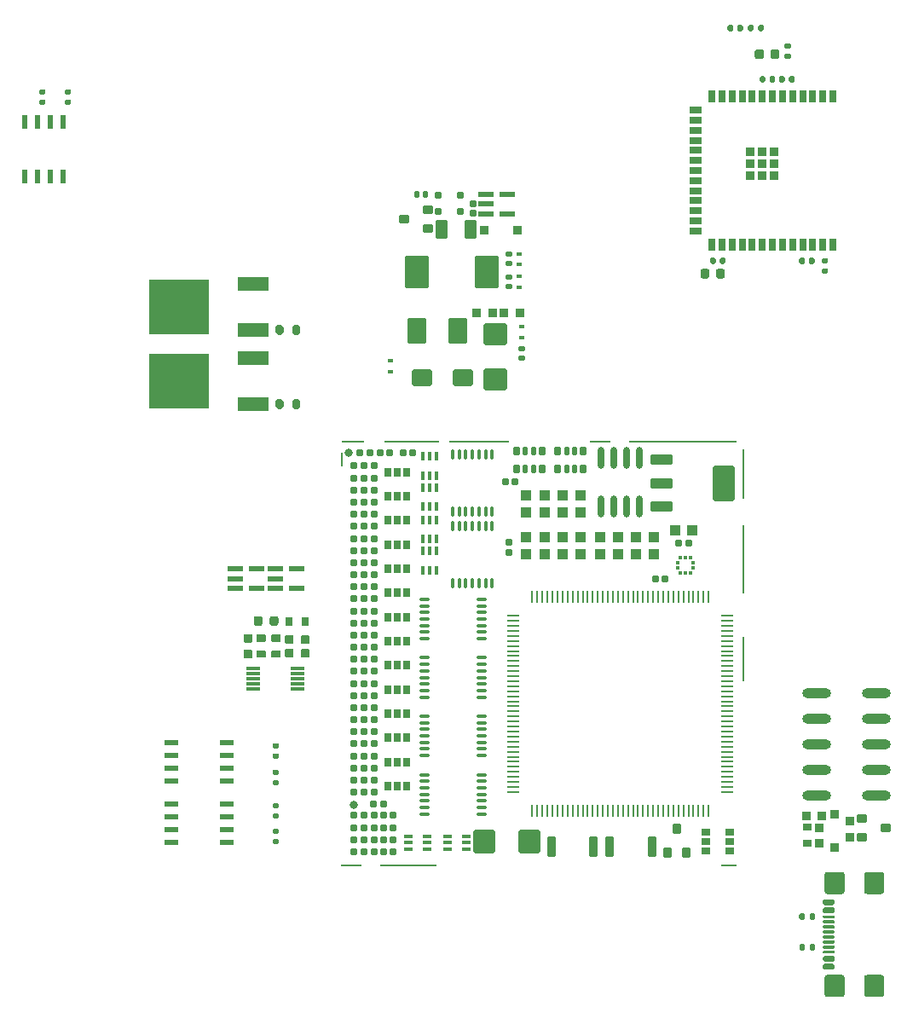
<source format=gtp>
G75*
G70*
%OFA0B0*%
%FSLAX25Y25*%
%IPPOS*%
%LPD*%
%AMOC8*
5,1,8,0,0,1.08239X$1,22.5*
%
%AMM145*
21,1,0.033470,0.026770,0.000000,-0.000000,90.000000*
21,1,0.026770,0.033470,0.000000,-0.000000,90.000000*
1,1,0.006690,0.013390,0.013390*
1,1,0.006690,0.013390,-0.013390*
1,1,0.006690,-0.013390,-0.013390*
1,1,0.006690,-0.013390,0.013390*
%
%AMM146*
21,1,0.035830,0.026770,0.000000,-0.000000,270.000000*
21,1,0.029130,0.033470,0.000000,-0.000000,270.000000*
1,1,0.006690,-0.013390,-0.014570*
1,1,0.006690,-0.013390,0.014570*
1,1,0.006690,0.013390,0.014570*
1,1,0.006690,0.013390,-0.014570*
%
%AMM147*
21,1,0.027560,0.030710,0.000000,-0.000000,270.000000*
21,1,0.022050,0.036220,0.000000,-0.000000,270.000000*
1,1,0.005510,-0.015350,-0.011020*
1,1,0.005510,-0.015350,0.011020*
1,1,0.005510,0.015350,0.011020*
1,1,0.005510,0.015350,-0.011020*
%
%AMM148*
21,1,0.035430,0.030320,0.000000,-0.000000,270.000000*
21,1,0.028350,0.037400,0.000000,-0.000000,270.000000*
1,1,0.007090,-0.015160,-0.014170*
1,1,0.007090,-0.015160,0.014170*
1,1,0.007090,0.015160,0.014170*
1,1,0.007090,0.015160,-0.014170*
%
%AMM149*
21,1,0.033470,0.026770,0.000000,-0.000000,180.000000*
21,1,0.026770,0.033470,0.000000,-0.000000,180.000000*
1,1,0.006690,-0.013390,0.013390*
1,1,0.006690,0.013390,0.013390*
1,1,0.006690,0.013390,-0.013390*
1,1,0.006690,-0.013390,-0.013390*
%
%AMM2*
21,1,0.035830,0.026770,0.000000,0.000000,0.000000*
21,1,0.029130,0.033470,0.000000,0.000000,0.000000*
1,1,0.006690,0.014570,-0.013390*
1,1,0.006690,-0.014570,-0.013390*
1,1,0.006690,-0.014570,0.013390*
1,1,0.006690,0.014570,0.013390*
%
%AMM21*
21,1,0.086610,0.073230,0.000000,0.000000,270.000000*
21,1,0.069290,0.090550,0.000000,0.000000,270.000000*
1,1,0.017320,-0.036610,-0.034650*
1,1,0.017320,-0.036610,0.034650*
1,1,0.017320,0.036610,0.034650*
1,1,0.017320,0.036610,-0.034650*
%
%AMM22*
21,1,0.094490,0.111020,0.000000,0.000000,0.000000*
21,1,0.075590,0.129920,0.000000,0.000000,0.000000*
1,1,0.018900,0.037800,-0.055510*
1,1,0.018900,-0.037800,-0.055510*
1,1,0.018900,-0.037800,0.055510*
1,1,0.018900,0.037800,0.055510*
%
%AMM23*
21,1,0.074800,0.083460,0.000000,0.000000,0.000000*
21,1,0.059840,0.098430,0.000000,0.000000,0.000000*
1,1,0.014960,0.029920,-0.041730*
1,1,0.014960,-0.029920,-0.041730*
1,1,0.014960,-0.029920,0.041730*
1,1,0.014960,0.029920,0.041730*
%
%AMM24*
21,1,0.078740,0.053540,0.000000,0.000000,180.000000*
21,1,0.065350,0.066930,0.000000,0.000000,180.000000*
1,1,0.013390,-0.032680,0.026770*
1,1,0.013390,0.032680,0.026770*
1,1,0.013390,0.032680,-0.026770*
1,1,0.013390,-0.032680,-0.026770*
%
%AMM25*
21,1,0.035430,0.030320,0.000000,0.000000,90.000000*
21,1,0.028350,0.037400,0.000000,0.000000,90.000000*
1,1,0.007090,0.015160,0.014170*
1,1,0.007090,0.015160,-0.014170*
1,1,0.007090,-0.015160,-0.014170*
1,1,0.007090,-0.015160,0.014170*
%
%AMM26*
21,1,0.021650,0.052760,0.000000,0.000000,270.000000*
21,1,0.017320,0.057090,0.000000,0.000000,270.000000*
1,1,0.004330,-0.026380,-0.008660*
1,1,0.004330,-0.026380,0.008660*
1,1,0.004330,0.026380,0.008660*
1,1,0.004330,0.026380,-0.008660*
%
%AMM27*
21,1,0.070870,0.036220,0.000000,0.000000,90.000000*
21,1,0.061810,0.045280,0.000000,0.000000,90.000000*
1,1,0.009060,0.018110,0.030910*
1,1,0.009060,0.018110,-0.030910*
1,1,0.009060,-0.018110,-0.030910*
1,1,0.009060,-0.018110,0.030910*
%
%AMM273*
21,1,0.035430,0.030320,0.000000,-0.000000,0.000000*
21,1,0.028350,0.037400,0.000000,-0.000000,0.000000*
1,1,0.007090,0.014170,-0.015160*
1,1,0.007090,-0.014170,-0.015160*
1,1,0.007090,-0.014170,0.015160*
1,1,0.007090,0.014170,0.015160*
%
%AMM274*
21,1,0.043310,0.075980,0.000000,-0.000000,270.000000*
21,1,0.034650,0.084650,0.000000,-0.000000,270.000000*
1,1,0.008660,-0.037990,-0.017320*
1,1,0.008660,-0.037990,0.017320*
1,1,0.008660,0.037990,0.017320*
1,1,0.008660,0.037990,-0.017320*
%
%AMM275*
21,1,0.043310,0.075990,0.000000,-0.000000,270.000000*
21,1,0.034650,0.084650,0.000000,-0.000000,270.000000*
1,1,0.008660,-0.037990,-0.017320*
1,1,0.008660,-0.037990,0.017320*
1,1,0.008660,0.037990,0.017320*
1,1,0.008660,0.037990,-0.017320*
%
%AMM276*
21,1,0.137800,0.067720,0.000000,-0.000000,270.000000*
21,1,0.120870,0.084650,0.000000,-0.000000,270.000000*
1,1,0.016930,-0.033860,-0.060430*
1,1,0.016930,-0.033860,0.060430*
1,1,0.016930,0.033860,0.060430*
1,1,0.016930,0.033860,-0.060430*
%
%AMM277*
21,1,0.039370,0.035430,0.000000,-0.000000,270.000000*
21,1,0.031500,0.043310,0.000000,-0.000000,270.000000*
1,1,0.007870,-0.017720,-0.015750*
1,1,0.007870,-0.017720,0.015750*
1,1,0.007870,0.017720,0.015750*
1,1,0.007870,0.017720,-0.015750*
%
%AMM278*
21,1,0.023620,0.030710,0.000000,-0.000000,90.000000*
21,1,0.018900,0.035430,0.000000,-0.000000,90.000000*
1,1,0.004720,0.015350,0.009450*
1,1,0.004720,0.015350,-0.009450*
1,1,0.004720,-0.015350,-0.009450*
1,1,0.004720,-0.015350,0.009450*
%
%AMM279*
21,1,0.027560,0.018900,0.000000,-0.000000,90.000000*
21,1,0.022840,0.023620,0.000000,-0.000000,90.000000*
1,1,0.004720,0.009450,0.011420*
1,1,0.004720,0.009450,-0.011420*
1,1,0.004720,-0.009450,-0.011420*
1,1,0.004720,-0.009450,0.011420*
%
%AMM28*
21,1,0.033470,0.026770,0.000000,0.000000,0.000000*
21,1,0.026770,0.033470,0.000000,0.000000,0.000000*
1,1,0.006690,0.013390,-0.013390*
1,1,0.006690,-0.013390,-0.013390*
1,1,0.006690,-0.013390,0.013390*
1,1,0.006690,0.013390,0.013390*
%
%AMM280*
21,1,0.023620,0.030710,0.000000,-0.000000,180.000000*
21,1,0.018900,0.035430,0.000000,-0.000000,180.000000*
1,1,0.004720,-0.009450,0.015350*
1,1,0.004720,0.009450,0.015350*
1,1,0.004720,0.009450,-0.015350*
1,1,0.004720,-0.009450,-0.015350*
%
%AMM281*
21,1,0.086610,0.073230,0.000000,-0.000000,0.000000*
21,1,0.069290,0.090550,0.000000,-0.000000,0.000000*
1,1,0.017320,0.034650,-0.036610*
1,1,0.017320,-0.034650,-0.036610*
1,1,0.017320,-0.034650,0.036610*
1,1,0.017320,0.034650,0.036610*
%
%AMM282*
21,1,0.025590,0.026380,0.000000,-0.000000,0.000000*
21,1,0.020470,0.031500,0.000000,-0.000000,0.000000*
1,1,0.005120,0.010240,-0.013190*
1,1,0.005120,-0.010240,-0.013190*
1,1,0.005120,-0.010240,0.013190*
1,1,0.005120,0.010240,0.013190*
%
%AMM283*
21,1,0.017720,0.027950,0.000000,-0.000000,0.000000*
21,1,0.014170,0.031500,0.000000,-0.000000,0.000000*
1,1,0.003540,0.007090,-0.013980*
1,1,0.003540,-0.007090,-0.013980*
1,1,0.003540,-0.007090,0.013980*
1,1,0.003540,0.007090,0.013980*
%
%AMM284*
21,1,0.031500,0.072440,0.000000,-0.000000,0.000000*
21,1,0.025200,0.078740,0.000000,-0.000000,0.000000*
1,1,0.006300,0.012600,-0.036220*
1,1,0.006300,-0.012600,-0.036220*
1,1,0.006300,-0.012600,0.036220*
1,1,0.006300,0.012600,0.036220*
%
%AMM285*
21,1,0.012600,0.028980,0.000000,-0.000000,0.000000*
21,1,0.010080,0.031500,0.000000,-0.000000,0.000000*
1,1,0.002520,0.005040,-0.014490*
1,1,0.002520,-0.005040,-0.014490*
1,1,0.002520,-0.005040,0.014490*
1,1,0.002520,0.005040,0.014490*
%
%AMM286*
21,1,0.012600,0.028980,0.000000,-0.000000,90.000000*
21,1,0.010080,0.031500,0.000000,-0.000000,90.000000*
1,1,0.002520,0.014490,0.005040*
1,1,0.002520,0.014490,-0.005040*
1,1,0.002520,-0.014490,-0.005040*
1,1,0.002520,-0.014490,0.005040*
%
%AMM287*
21,1,0.039370,0.035430,0.000000,-0.000000,180.000000*
21,1,0.031500,0.043310,0.000000,-0.000000,180.000000*
1,1,0.007870,-0.015750,0.017720*
1,1,0.007870,0.015750,0.017720*
1,1,0.007870,0.015750,-0.017720*
1,1,0.007870,-0.015750,-0.017720*
%
%AMM288*
21,1,0.027560,0.018900,0.000000,-0.000000,0.000000*
21,1,0.022840,0.023620,0.000000,-0.000000,0.000000*
1,1,0.004720,0.011420,-0.009450*
1,1,0.004720,-0.011420,-0.009450*
1,1,0.004720,-0.011420,0.009450*
1,1,0.004720,0.011420,0.009450*
%
%AMM29*
21,1,0.015750,0.016540,0.000000,0.000000,270.000000*
21,1,0.012600,0.019680,0.000000,0.000000,270.000000*
1,1,0.003150,-0.008270,-0.006300*
1,1,0.003150,-0.008270,0.006300*
1,1,0.003150,0.008270,0.006300*
1,1,0.003150,0.008270,-0.006300*
%
%AMM30*
21,1,0.023620,0.018900,0.000000,0.000000,90.000000*
21,1,0.018900,0.023620,0.000000,0.000000,90.000000*
1,1,0.004720,0.009450,0.009450*
1,1,0.004720,0.009450,-0.009450*
1,1,0.004720,-0.009450,-0.009450*
1,1,0.004720,-0.009450,0.009450*
%
%AMM31*
21,1,0.019680,0.019680,0.000000,0.000000,0.000000*
21,1,0.015750,0.023620,0.000000,0.000000,0.000000*
1,1,0.003940,0.007870,-0.009840*
1,1,0.003940,-0.007870,-0.009840*
1,1,0.003940,-0.007870,0.009840*
1,1,0.003940,0.007870,0.009840*
%
%AMM32*
21,1,0.019680,0.019680,0.000000,0.000000,270.000000*
21,1,0.015750,0.023620,0.000000,0.000000,270.000000*
1,1,0.003940,-0.009840,-0.007870*
1,1,0.003940,-0.009840,0.007870*
1,1,0.003940,0.009840,0.007870*
1,1,0.003940,0.009840,-0.007870*
%
%ADD100M28*%
%ADD101M29*%
%ADD102M30*%
%ADD103M31*%
%ADD104M32*%
%ADD106C,0.03150*%
%ADD13R,0.05750X0.02100*%
%ADD14R,0.12000X0.05500*%
%ADD143O,0.00866X0.05118*%
%ADD144O,0.05118X0.00866*%
%ADD15R,0.23300X0.21700*%
%ADD156O,0.01181X0.04331*%
%ADD157O,0.04331X0.01181*%
%ADD161R,0.01476X0.01378*%
%ADD162R,0.01378X0.01476*%
%ADD17R,0.09055X0.00787*%
%ADD18R,0.42126X0.00787*%
%ADD19R,0.08268X0.00787*%
%ADD20R,0.23622X0.00787*%
%ADD21R,0.21260X0.00787*%
%ADD22R,0.00787X0.05512*%
%ADD23R,0.00787X0.19685*%
%ADD232R,0.05512X0.01181*%
%ADD235O,0.11221X0.04016*%
%ADD24R,0.00787X0.26772*%
%ADD25R,0.00787X0.17717*%
%ADD26R,0.06299X0.00787*%
%ADD27R,0.22441X0.00787*%
%ADD277M145*%
%ADD278M146*%
%ADD279M147*%
%ADD28R,0.07874X0.00787*%
%ADD280M148*%
%ADD281M149*%
%ADD310O,0.02362X0.08661*%
%ADD414M273*%
%ADD415M274*%
%ADD416M275*%
%ADD417M276*%
%ADD418M277*%
%ADD419M278*%
%ADD42R,0.02800X0.05100*%
%ADD420M279*%
%ADD421M280*%
%ADD422M281*%
%ADD423M282*%
%ADD424M283*%
%ADD425M284*%
%ADD426M285*%
%ADD427M286*%
%ADD428M287*%
%ADD429M288*%
%ADD43R,0.05100X0.02800*%
%ADD44R,0.03500X0.03500*%
%ADD45R,0.02100X0.05750*%
%ADD66M2*%
%ADD93M21*%
%ADD94M22*%
%ADD95M23*%
%ADD96M24*%
%ADD97M25*%
%ADD98M26*%
%ADD99M27*%
X0000000Y0000000D02*
%LPD*%
G01*
G36*
G01*
X0322287Y0305016D02*
X0322287Y0306984D01*
G75*
G02*
X0323173Y0307870I0000886J0000000D01*
G01*
X0324945Y0307870D01*
G75*
G02*
X0325831Y0306984I0000000J-000886D01*
G01*
X0325831Y0305016D01*
G75*
G02*
X0324945Y0304130I-000886J0000000D01*
G01*
X0323173Y0304130D01*
G75*
G02*
X0322287Y0305016I0000000J0000886D01*
G01*
G37*
G36*
G01*
X0328390Y0305016D02*
X0328390Y0306984D01*
G75*
G02*
X0329276Y0307870I0000886J0000000D01*
G01*
X0331047Y0307870D01*
G75*
G02*
X0331933Y0306984I0000000J-000886D01*
G01*
X0331933Y0305016D01*
G75*
G02*
X0331047Y0304130I-000886J0000000D01*
G01*
X0329276Y0304130D01*
G75*
G02*
X0328390Y0305016I0000000J0000886D01*
G01*
G37*
G36*
G01*
X0157003Y0082929D02*
X0155547Y0082929D01*
G75*
G02*
X0155015Y0083461I0000000J0000531D01*
G01*
X0155015Y0084524D01*
G75*
G02*
X0155547Y0085055I0000531J0000000D01*
G01*
X0157003Y0085055D01*
G75*
G02*
X0157535Y0084524I0000000J-000531D01*
G01*
X0157535Y0083461D01*
G75*
G02*
X0157003Y0082929I-000531J0000000D01*
G01*
G37*
G36*
G01*
X0157003Y0086945D02*
X0155547Y0086945D01*
G75*
G02*
X0155015Y0087476I0000000J0000531D01*
G01*
X0155015Y0088539D01*
G75*
G02*
X0155547Y0089071I0000531J0000000D01*
G01*
X0157003Y0089071D01*
G75*
G02*
X0157535Y0088539I0000000J-000531D01*
G01*
X0157535Y0087476D01*
G75*
G02*
X0157003Y0086945I-000531J0000000D01*
G01*
G37*
G36*
G01*
X0326118Y0310331D02*
X0326118Y0311669D01*
G75*
G02*
X0326669Y0312220I0000551J0000000D01*
G01*
X0327772Y0312220D01*
G75*
G02*
X0328323Y0311669I0000000J-000551D01*
G01*
X0328323Y0310331D01*
G75*
G02*
X0327772Y0309780I-000551J0000000D01*
G01*
X0326669Y0309780D01*
G75*
G02*
X0326118Y0310331I0000000J0000551D01*
G01*
G37*
G36*
G01*
X0329898Y0310331D02*
X0329898Y0311669D01*
G75*
G02*
X0330449Y0312220I0000551J0000000D01*
G01*
X0331551Y0312220D01*
G75*
G02*
X0332102Y0311669I0000000J-000551D01*
G01*
X0332102Y0310331D01*
G75*
G02*
X0331551Y0309780I-000551J0000000D01*
G01*
X0330449Y0309780D01*
G75*
G02*
X0329898Y0310331I0000000J0000551D01*
G01*
G37*
G36*
G01*
X0371728Y0305929D02*
X0370272Y0305929D01*
G75*
G02*
X0369740Y0306461I0000000J0000531D01*
G01*
X0369740Y0307524D01*
G75*
G02*
X0370272Y0308055I0000531J0000000D01*
G01*
X0371728Y0308055D01*
G75*
G02*
X0372260Y0307524I0000000J-000531D01*
G01*
X0372260Y0306461D01*
G75*
G02*
X0371728Y0305929I-000531J0000000D01*
G01*
G37*
G36*
G01*
X0371728Y0309945D02*
X0370272Y0309945D01*
G75*
G02*
X0369740Y0310476I0000000J0000531D01*
G01*
X0369740Y0311539D01*
G75*
G02*
X0370272Y0312071I0000531J0000000D01*
G01*
X0371728Y0312071D01*
G75*
G02*
X0372260Y0311539I0000000J-000531D01*
G01*
X0372260Y0310476D01*
G75*
G02*
X0371728Y0309945I-000531J0000000D01*
G01*
G37*
G36*
G01*
X0157003Y0105937D02*
X0155547Y0105937D01*
G75*
G02*
X0155015Y0106469I0000000J0000531D01*
G01*
X0155015Y0107531D01*
G75*
G02*
X0155547Y0108063I0000531J0000000D01*
G01*
X0157003Y0108063D01*
G75*
G02*
X0157535Y0107531I0000000J-000531D01*
G01*
X0157535Y0106469D01*
G75*
G02*
X0157003Y0105937I-000531J0000000D01*
G01*
G37*
G36*
G01*
X0157003Y0109953D02*
X0155547Y0109953D01*
G75*
G02*
X0155015Y0110484I0000000J0000531D01*
G01*
X0155015Y0111547D01*
G75*
G02*
X0155547Y0112079I0000531J0000000D01*
G01*
X0157003Y0112079D01*
G75*
G02*
X0157535Y0111547I0000000J-000531D01*
G01*
X0157535Y0110484D01*
G75*
G02*
X0157003Y0109953I-000531J0000000D01*
G01*
G37*
G36*
G01*
X0332929Y0401321D02*
X0332929Y0402679D01*
G75*
G02*
X0333510Y0403260I0000581J0000000D01*
G01*
X0334671Y0403260D01*
G75*
G02*
X0335252Y0402679I0000000J-000581D01*
G01*
X0335252Y0401321D01*
G75*
G02*
X0334671Y0400740I-000581J0000000D01*
G01*
X0333510Y0400740D01*
G75*
G02*
X0332929Y0401321I0000000J0000581D01*
G01*
G37*
G36*
G01*
X0336748Y0401321D02*
X0336748Y0402679D01*
G75*
G02*
X0337329Y0403260I0000581J0000000D01*
G01*
X0338490Y0403260D01*
G75*
G02*
X0339071Y0402679I0000000J-000581D01*
G01*
X0339071Y0401321D01*
G75*
G02*
X0338490Y0400740I-000581J0000000D01*
G01*
X0337329Y0400740D01*
G75*
G02*
X0336748Y0401321I0000000J0000581D01*
G01*
G37*
G36*
G01*
X0367087Y0043366D02*
X0367087Y0041909D01*
G75*
G02*
X0366555Y0041378I-000531J0000000D01*
G01*
X0365492Y0041378D01*
G75*
G02*
X0364961Y0041909I0000000J0000531D01*
G01*
X0364961Y0043366D01*
G75*
G02*
X0365492Y0043898I0000531J0000000D01*
G01*
X0366555Y0043898D01*
G75*
G02*
X0367087Y0043366I0000000J-000531D01*
G01*
G37*
G36*
G01*
X0363071Y0043366D02*
X0363071Y0041909D01*
G75*
G02*
X0362539Y0041378I-000531J0000000D01*
G01*
X0361476Y0041378D01*
G75*
G02*
X0360945Y0041909I0000000J0000531D01*
G01*
X0360945Y0043366D01*
G75*
G02*
X0361476Y0043898I0000531J0000000D01*
G01*
X0362539Y0043898D01*
G75*
G02*
X0363071Y0043366I0000000J-000531D01*
G01*
G37*
D13*
X0137000Y0107500D03*
X0137000Y0112500D03*
X0137000Y0117500D03*
X0137000Y0122500D03*
X0115550Y0122500D03*
X0115550Y0117500D03*
X0115550Y0112500D03*
X0115550Y0107500D03*
D14*
X0147300Y0254984D03*
D15*
X0118350Y0264000D03*
D14*
X0147300Y0273016D03*
G36*
G01*
X0367079Y0055366D02*
X0367079Y0053909D01*
G75*
G02*
X0366547Y0053378I-000531J0000000D01*
G01*
X0365484Y0053378D01*
G75*
G02*
X0364953Y0053909I0000000J0000531D01*
G01*
X0364953Y0055366D01*
G75*
G02*
X0365484Y0055898I0000531J0000000D01*
G01*
X0366547Y0055898D01*
G75*
G02*
X0367079Y0055366I0000000J-000531D01*
G01*
G37*
G36*
G01*
X0363063Y0055366D02*
X0363063Y0053909D01*
G75*
G02*
X0362531Y0053378I-000531J0000000D01*
G01*
X0361469Y0053378D01*
G75*
G02*
X0360937Y0053909I0000000J0000531D01*
G01*
X0360937Y0055366D01*
G75*
G02*
X0361469Y0055898I0000531J0000000D01*
G01*
X0362531Y0055898D01*
G75*
G02*
X0363063Y0055366I0000000J-000531D01*
G01*
G37*
G36*
G01*
X0065728Y0371937D02*
X0064272Y0371937D01*
G75*
G02*
X0063740Y0372469I0000000J0000531D01*
G01*
X0063740Y0373531D01*
G75*
G02*
X0064272Y0374063I0000531J0000000D01*
G01*
X0065728Y0374063D01*
G75*
G02*
X0066260Y0373531I0000000J-000531D01*
G01*
X0066260Y0372469D01*
G75*
G02*
X0065728Y0371937I-000531J0000000D01*
G01*
G37*
G36*
G01*
X0065728Y0375953D02*
X0064272Y0375953D01*
G75*
G02*
X0063740Y0376484I0000000J0000531D01*
G01*
X0063740Y0377547D01*
G75*
G02*
X0064272Y0378079I0000531J0000000D01*
G01*
X0065728Y0378079D01*
G75*
G02*
X0066260Y0377547I0000000J-000531D01*
G01*
X0066260Y0376484D01*
G75*
G02*
X0065728Y0375953I-000531J0000000D01*
G01*
G37*
D17*
X0186319Y0240256D03*
D18*
X0315453Y0240256D03*
D19*
X0283169Y0240256D03*
D20*
X0235728Y0240256D03*
D21*
X0209350Y0240256D03*
D22*
X0182185Y0233169D03*
D23*
X0339272Y0227657D03*
D24*
X0339272Y0194193D03*
D25*
X0339272Y0155413D03*
D26*
X0333366Y0074508D03*
D27*
X0207972Y0074508D03*
D28*
X0185728Y0074508D03*
G36*
G01*
X0157003Y0092921D02*
X0155547Y0092921D01*
G75*
G02*
X0155015Y0093453I0000000J0000531D01*
G01*
X0155015Y0094516D01*
G75*
G02*
X0155547Y0095047I0000531J0000000D01*
G01*
X0157003Y0095047D01*
G75*
G02*
X0157535Y0094516I0000000J-000531D01*
G01*
X0157535Y0093453D01*
G75*
G02*
X0157003Y0092921I-000531J0000000D01*
G01*
G37*
G36*
G01*
X0157003Y0096937D02*
X0155547Y0096937D01*
G75*
G02*
X0155015Y0097469I0000000J0000531D01*
G01*
X0155015Y0098531D01*
G75*
G02*
X0155547Y0099063I0000531J0000000D01*
G01*
X0157003Y0099063D01*
G75*
G02*
X0157535Y0098531I0000000J-000531D01*
G01*
X0157535Y0097469D01*
G75*
G02*
X0157003Y0096937I-000531J0000000D01*
G01*
G37*
G36*
G01*
X0353020Y0381321D02*
X0353020Y0382679D01*
G75*
G02*
X0353600Y0383260I0000581J0000000D01*
G01*
X0354762Y0383260D01*
G75*
G02*
X0355343Y0382679I0000000J-000581D01*
G01*
X0355343Y0381321D01*
G75*
G02*
X0354762Y0380740I-000581J0000000D01*
G01*
X0353600Y0380740D01*
G75*
G02*
X0353020Y0381321I0000000J0000581D01*
G01*
G37*
G36*
G01*
X0356839Y0381321D02*
X0356839Y0382679D01*
G75*
G02*
X0357419Y0383260I0000581J0000000D01*
G01*
X0358581Y0383260D01*
G75*
G02*
X0359161Y0382679I0000000J-000581D01*
G01*
X0359161Y0381321D01*
G75*
G02*
X0358581Y0380740I-000581J0000000D01*
G01*
X0357419Y0380740D01*
G75*
G02*
X0356839Y0381321I0000000J0000581D01*
G01*
G37*
G36*
G01*
X0340921Y0401272D02*
X0340921Y0402728D01*
G75*
G02*
X0341453Y0403260I0000531J0000000D01*
G01*
X0342516Y0403260D01*
G75*
G02*
X0343047Y0402728I0000000J-000531D01*
G01*
X0343047Y0401272D01*
G75*
G02*
X0342516Y0400740I-000531J0000000D01*
G01*
X0341453Y0400740D01*
G75*
G02*
X0340921Y0401272I0000000J0000531D01*
G01*
G37*
G36*
G01*
X0344937Y0401272D02*
X0344937Y0402728D01*
G75*
G02*
X0345469Y0403260I0000531J0000000D01*
G01*
X0346531Y0403260D01*
G75*
G02*
X0347063Y0402728I0000000J-000531D01*
G01*
X0347063Y0401272D01*
G75*
G02*
X0346531Y0400740I-000531J0000000D01*
G01*
X0345469Y0400740D01*
G75*
G02*
X0344937Y0401272I0000000J0000531D01*
G01*
G37*
G36*
G01*
X0360929Y0310321D02*
X0360929Y0311679D01*
G75*
G02*
X0361510Y0312260I0000581J0000000D01*
G01*
X0362671Y0312260D01*
G75*
G02*
X0363252Y0311679I0000000J-000581D01*
G01*
X0363252Y0310321D01*
G75*
G02*
X0362671Y0309740I-000581J0000000D01*
G01*
X0361510Y0309740D01*
G75*
G02*
X0360929Y0310321I0000000J0000581D01*
G01*
G37*
G36*
G01*
X0364748Y0310321D02*
X0364748Y0311679D01*
G75*
G02*
X0365329Y0312260I0000581J0000000D01*
G01*
X0366490Y0312260D01*
G75*
G02*
X0367071Y0311679I0000000J-000581D01*
G01*
X0367071Y0310321D01*
G75*
G02*
X0366490Y0309740I-000581J0000000D01*
G01*
X0365329Y0309740D01*
G75*
G02*
X0364748Y0310321I0000000J0000581D01*
G01*
G37*
G36*
G01*
X0157003Y0116302D02*
X0155547Y0116302D01*
G75*
G02*
X0155015Y0116833I0000000J0000531D01*
G01*
X0155015Y0117896D01*
G75*
G02*
X0155547Y0118428I0000531J0000000D01*
G01*
X0157003Y0118428D01*
G75*
G02*
X0157535Y0117896I0000000J-000531D01*
G01*
X0157535Y0116833D01*
G75*
G02*
X0157003Y0116302I-000531J0000000D01*
G01*
G37*
G36*
G01*
X0157003Y0120318D02*
X0155547Y0120318D01*
G75*
G02*
X0155015Y0120849I0000000J0000531D01*
G01*
X0155015Y0121912D01*
G75*
G02*
X0155547Y0122444I0000531J0000000D01*
G01*
X0157003Y0122444D01*
G75*
G02*
X0157535Y0121912I0000000J-000531D01*
G01*
X0157535Y0120849D01*
G75*
G02*
X0157003Y0120318I-000531J0000000D01*
G01*
G37*
D14*
X0147300Y0283984D03*
D15*
X0118350Y0293000D03*
D14*
X0147300Y0302016D03*
D42*
X0374090Y0375441D03*
X0370153Y0375441D03*
X0366216Y0375441D03*
X0362279Y0375441D03*
X0358342Y0375441D03*
X0354405Y0375441D03*
X0350468Y0375441D03*
X0346530Y0375441D03*
X0342593Y0375441D03*
X0338656Y0375441D03*
X0334719Y0375441D03*
X0330782Y0375441D03*
X0326845Y0375441D03*
D43*
X0320349Y0369930D03*
X0320349Y0365993D03*
X0320349Y0362056D03*
X0320349Y0358119D03*
X0320349Y0354182D03*
X0320349Y0350245D03*
X0320349Y0346308D03*
X0320349Y0342371D03*
X0320349Y0338434D03*
X0320349Y0334497D03*
X0320349Y0330560D03*
X0320349Y0326623D03*
X0320349Y0322686D03*
D42*
X0326845Y0317174D03*
X0330782Y0317174D03*
X0334719Y0317174D03*
X0338656Y0317174D03*
X0342593Y0317174D03*
X0346530Y0317174D03*
X0350468Y0317174D03*
X0354405Y0317174D03*
X0358342Y0317174D03*
X0362279Y0317174D03*
X0366216Y0317174D03*
X0370153Y0317174D03*
X0374090Y0317174D03*
D44*
X0351255Y0353709D03*
X0351255Y0348985D03*
X0351255Y0344260D03*
X0346530Y0353709D03*
X0346530Y0348985D03*
X0346530Y0344260D03*
X0341806Y0353709D03*
X0341806Y0348985D03*
X0341806Y0344260D03*
G36*
G01*
X0345532Y0381331D02*
X0345532Y0382669D01*
G75*
G02*
X0346083Y0383220I0000551J0000000D01*
G01*
X0347185Y0383220D01*
G75*
G02*
X0347737Y0382669I0000000J-000551D01*
G01*
X0347737Y0381331D01*
G75*
G02*
X0347185Y0380780I-000551J0000000D01*
G01*
X0346083Y0380780D01*
G75*
G02*
X0345532Y0381331I0000000J0000551D01*
G01*
G37*
G36*
G01*
X0349311Y0381331D02*
X0349311Y0382669D01*
G75*
G02*
X0349863Y0383220I0000551J0000000D01*
G01*
X0350965Y0383220D01*
G75*
G02*
X0351516Y0382669I0000000J-000551D01*
G01*
X0351516Y0381331D01*
G75*
G02*
X0350965Y0380780I-000551J0000000D01*
G01*
X0349863Y0380780D01*
G75*
G02*
X0349311Y0381331I0000000J0000551D01*
G01*
G37*
G36*
G01*
X0355683Y0396042D02*
X0357140Y0396042D01*
G75*
G02*
X0357672Y0395510I0000000J-000531D01*
G01*
X0357672Y0394447D01*
G75*
G02*
X0357140Y0393916I-000531J0000000D01*
G01*
X0355683Y0393916D01*
G75*
G02*
X0355152Y0394447I0000000J0000531D01*
G01*
X0355152Y0395510D01*
G75*
G02*
X0355683Y0396042I0000531J0000000D01*
G01*
G37*
G36*
G01*
X0355683Y0392026D02*
X0357140Y0392026D01*
G75*
G02*
X0357672Y0391495I0000000J-000531D01*
G01*
X0357672Y0390432D01*
G75*
G02*
X0357140Y0389900I-000531J0000000D01*
G01*
X0355683Y0389900D01*
G75*
G02*
X0355152Y0390432I0000000J0000531D01*
G01*
X0355152Y0391495D01*
G75*
G02*
X0355683Y0392026I0000531J0000000D01*
G01*
G37*
G36*
G01*
X0343591Y0390801D02*
X0343591Y0392770D01*
G75*
G02*
X0344477Y0393655I0000886J0000000D01*
G01*
X0346248Y0393655D01*
G75*
G02*
X0347134Y0392770I0000000J-000886D01*
G01*
X0347134Y0390801D01*
G75*
G02*
X0346248Y0389915I-000886J0000000D01*
G01*
X0344477Y0389915D01*
G75*
G02*
X0343591Y0390801I0000000J0000886D01*
G01*
G37*
G36*
G01*
X0349693Y0390801D02*
X0349693Y0392770D01*
G75*
G02*
X0350579Y0393655I0000886J0000000D01*
G01*
X0352351Y0393655D01*
G75*
G02*
X0353237Y0392770I0000000J-000886D01*
G01*
X0353237Y0390801D01*
G75*
G02*
X0352351Y0389915I-000886J0000000D01*
G01*
X0350579Y0389915D01*
G75*
G02*
X0349693Y0390801I0000000J0000886D01*
G01*
G37*
G36*
G01*
X0165823Y0256083D02*
X0165823Y0253917D01*
G75*
G02*
X0165035Y0253130I-000787J0000000D01*
G01*
X0163461Y0253130D01*
G75*
G02*
X0162673Y0253917I0000000J0000787D01*
G01*
X0162673Y0256083D01*
G75*
G02*
X0163461Y0256870I0000787J0000000D01*
G01*
X0165035Y0256870D01*
G75*
G02*
X0165823Y0256083I0000000J-000787D01*
G01*
G37*
G36*
G01*
X0159327Y0256083D02*
X0159327Y0253917D01*
G75*
G02*
X0158539Y0253130I-000787J0000000D01*
G01*
X0156965Y0253130D01*
G75*
G02*
X0156177Y0253917I0000000J0000787D01*
G01*
X0156177Y0256083D01*
G75*
G02*
X0156965Y0256870I0000787J0000000D01*
G01*
X0158539Y0256870D01*
G75*
G02*
X0159327Y0256083I0000000J-000787D01*
G01*
G37*
G36*
G01*
X0075728Y0371937D02*
X0074272Y0371937D01*
G75*
G02*
X0073740Y0372469I0000000J0000531D01*
G01*
X0073740Y0373531D01*
G75*
G02*
X0074272Y0374063I0000531J0000000D01*
G01*
X0075728Y0374063D01*
G75*
G02*
X0076260Y0373531I0000000J-000531D01*
G01*
X0076260Y0372469D01*
G75*
G02*
X0075728Y0371937I-000531J0000000D01*
G01*
G37*
G36*
G01*
X0075728Y0375953D02*
X0074272Y0375953D01*
G75*
G02*
X0073740Y0376484I0000000J0000531D01*
G01*
X0073740Y0377547D01*
G75*
G02*
X0074272Y0378079I0000531J0000000D01*
G01*
X0075728Y0378079D01*
G75*
G02*
X0076260Y0377547I0000000J-000531D01*
G01*
X0076260Y0376484D01*
G75*
G02*
X0075728Y0375953I-000531J0000000D01*
G01*
G37*
D45*
X0073000Y0365450D03*
X0068000Y0365450D03*
X0063000Y0365450D03*
X0058000Y0365450D03*
X0058000Y0344000D03*
X0063000Y0344000D03*
X0068000Y0344000D03*
X0073000Y0344000D03*
D13*
X0137000Y0083500D03*
X0137000Y0088500D03*
X0137000Y0093500D03*
X0137000Y0098500D03*
X0115550Y0098500D03*
X0115550Y0093500D03*
X0115550Y0088500D03*
X0115550Y0083500D03*
G36*
G01*
X0374193Y0033858D02*
X0370846Y0033858D01*
G75*
G02*
X0370256Y0034449I0000000J0000591D01*
G01*
X0370256Y0035630D01*
G75*
G02*
X0370846Y0036220I0000591J0000000D01*
G01*
X0374193Y0036220D01*
G75*
G02*
X0374783Y0035630I0000000J-000591D01*
G01*
X0374783Y0034449D01*
G75*
G02*
X0374193Y0033858I-000591J0000000D01*
G01*
G37*
G36*
G01*
X0374193Y0037008D02*
X0370846Y0037008D01*
G75*
G02*
X0370256Y0037598I0000000J0000591D01*
G01*
X0370256Y0038780D01*
G75*
G02*
X0370846Y0039370I0000591J0000000D01*
G01*
X0374193Y0039370D01*
G75*
G02*
X0374783Y0038780I0000000J-000591D01*
G01*
X0374783Y0037598D01*
G75*
G02*
X0374193Y0037008I-000591J0000000D01*
G01*
G37*
G36*
G01*
X0374488Y0042126D02*
X0370551Y0042126D01*
G75*
G02*
X0370256Y0042421I0000000J0000295D01*
G01*
X0370256Y0043012D01*
G75*
G02*
X0370551Y0043307I0000295J0000000D01*
G01*
X0374488Y0043307D01*
G75*
G02*
X0374783Y0043012I0000000J-000295D01*
G01*
X0374783Y0042421D01*
G75*
G02*
X0374488Y0042126I-000295J0000000D01*
G01*
G37*
G36*
G01*
X0374488Y0046063D02*
X0370551Y0046063D01*
G75*
G02*
X0370256Y0046358I0000000J0000295D01*
G01*
X0370256Y0046949D01*
G75*
G02*
X0370551Y0047244I0000295J0000000D01*
G01*
X0374488Y0047244D01*
G75*
G02*
X0374783Y0046949I0000000J-000295D01*
G01*
X0374783Y0046358D01*
G75*
G02*
X0374488Y0046063I-000295J0000000D01*
G01*
G37*
G36*
G01*
X0374488Y0048031D02*
X0370551Y0048031D01*
G75*
G02*
X0370256Y0048327I0000000J0000295D01*
G01*
X0370256Y0048917D01*
G75*
G02*
X0370551Y0049213I0000295J0000000D01*
G01*
X0374488Y0049213D01*
G75*
G02*
X0374783Y0048917I0000000J-000295D01*
G01*
X0374783Y0048327D01*
G75*
G02*
X0374488Y0048031I-000295J0000000D01*
G01*
G37*
G36*
G01*
X0374488Y0051969D02*
X0370551Y0051969D01*
G75*
G02*
X0370256Y0052264I0000000J0000295D01*
G01*
X0370256Y0052854D01*
G75*
G02*
X0370551Y0053150I0000295J0000000D01*
G01*
X0374488Y0053150D01*
G75*
G02*
X0374783Y0052854I0000000J-000295D01*
G01*
X0374783Y0052264D01*
G75*
G02*
X0374488Y0051969I-000295J0000000D01*
G01*
G37*
G36*
G01*
X0374193Y0055906D02*
X0370846Y0055906D01*
G75*
G02*
X0370256Y0056496I0000000J0000591D01*
G01*
X0370256Y0057677D01*
G75*
G02*
X0370846Y0058268I0000591J0000000D01*
G01*
X0374193Y0058268D01*
G75*
G02*
X0374783Y0057677I0000000J-000591D01*
G01*
X0374783Y0056496D01*
G75*
G02*
X0374193Y0055906I-000591J0000000D01*
G01*
G37*
G36*
G01*
X0374193Y0059055D02*
X0370846Y0059055D01*
G75*
G02*
X0370256Y0059646I0000000J0000591D01*
G01*
X0370256Y0060827D01*
G75*
G02*
X0370846Y0061417I0000591J0000000D01*
G01*
X0374193Y0061417D01*
G75*
G02*
X0374783Y0060827I0000000J-000591D01*
G01*
X0374783Y0059646D01*
G75*
G02*
X0374193Y0059055I-000591J0000000D01*
G01*
G37*
G36*
G01*
X0374193Y0059055D02*
X0370846Y0059055D01*
G75*
G02*
X0370256Y0059646I0000000J0000591D01*
G01*
X0370256Y0060827D01*
G75*
G02*
X0370846Y0061417I0000591J0000000D01*
G01*
X0374193Y0061417D01*
G75*
G02*
X0374783Y0060827I0000000J-000591D01*
G01*
X0374783Y0059646D01*
G75*
G02*
X0374193Y0059055I-000591J0000000D01*
G01*
G37*
G36*
G01*
X0374193Y0055906D02*
X0370846Y0055906D01*
G75*
G02*
X0370256Y0056496I0000000J0000591D01*
G01*
X0370256Y0057677D01*
G75*
G02*
X0370846Y0058268I0000591J0000000D01*
G01*
X0374193Y0058268D01*
G75*
G02*
X0374783Y0057677I0000000J-000591D01*
G01*
X0374783Y0056496D01*
G75*
G02*
X0374193Y0055906I-000591J0000000D01*
G01*
G37*
G36*
G01*
X0374488Y0053937D02*
X0370551Y0053937D01*
G75*
G02*
X0370256Y0054232I0000000J0000295D01*
G01*
X0370256Y0054823D01*
G75*
G02*
X0370551Y0055118I0000295J0000000D01*
G01*
X0374488Y0055118D01*
G75*
G02*
X0374783Y0054823I0000000J-000295D01*
G01*
X0374783Y0054232D01*
G75*
G02*
X0374488Y0053937I-000295J0000000D01*
G01*
G37*
G36*
G01*
X0374488Y0050000D02*
X0370551Y0050000D01*
G75*
G02*
X0370256Y0050295I0000000J0000295D01*
G01*
X0370256Y0050886D01*
G75*
G02*
X0370551Y0051181I0000295J0000000D01*
G01*
X0374488Y0051181D01*
G75*
G02*
X0374783Y0050886I0000000J-000295D01*
G01*
X0374783Y0050295D01*
G75*
G02*
X0374488Y0050000I-000295J0000000D01*
G01*
G37*
G36*
G01*
X0374488Y0044094D02*
X0370551Y0044094D01*
G75*
G02*
X0370256Y0044390I0000000J0000295D01*
G01*
X0370256Y0044980D01*
G75*
G02*
X0370551Y0045276I0000295J0000000D01*
G01*
X0374488Y0045276D01*
G75*
G02*
X0374783Y0044980I0000000J-000295D01*
G01*
X0374783Y0044390D01*
G75*
G02*
X0374488Y0044094I-000295J0000000D01*
G01*
G37*
G36*
G01*
X0374488Y0040157D02*
X0370551Y0040157D01*
G75*
G02*
X0370256Y0040453I0000000J0000295D01*
G01*
X0370256Y0041043D01*
G75*
G02*
X0370551Y0041339I0000295J0000000D01*
G01*
X0374488Y0041339D01*
G75*
G02*
X0374783Y0041043I0000000J-000295D01*
G01*
X0374783Y0040453D01*
G75*
G02*
X0374488Y0040157I-000295J0000000D01*
G01*
G37*
G36*
G01*
X0374193Y0037008D02*
X0370846Y0037008D01*
G75*
G02*
X0370256Y0037598I0000000J0000591D01*
G01*
X0370256Y0038780D01*
G75*
G02*
X0370846Y0039370I0000591J0000000D01*
G01*
X0374193Y0039370D01*
G75*
G02*
X0374783Y0038780I0000000J-000591D01*
G01*
X0374783Y0037598D01*
G75*
G02*
X0374193Y0037008I-000591J0000000D01*
G01*
G37*
G36*
G01*
X0374193Y0033858D02*
X0370846Y0033858D01*
G75*
G02*
X0370256Y0034449I0000000J0000591D01*
G01*
X0370256Y0035630D01*
G75*
G02*
X0370846Y0036220I0000591J0000000D01*
G01*
X0374193Y0036220D01*
G75*
G02*
X0374783Y0035630I0000000J-000591D01*
G01*
X0374783Y0034449D01*
G75*
G02*
X0374193Y0033858I-000591J0000000D01*
G01*
G37*
G36*
G01*
X0377736Y0023228D02*
X0371831Y0023228D01*
G75*
G02*
X0370846Y0024213I0000000J0000984D01*
G01*
X0370846Y0030827D01*
G75*
G02*
X0371831Y0031811I0000984J0000000D01*
G01*
X0377736Y0031811D01*
G75*
G02*
X0378720Y0030827I0000000J-000984D01*
G01*
X0378720Y0024213D01*
G75*
G02*
X0377736Y0023228I-000984J0000000D01*
G01*
G37*
G36*
G01*
X0393209Y0023228D02*
X0387303Y0023228D01*
G75*
G02*
X0386319Y0024213I0000000J0000984D01*
G01*
X0386319Y0030827D01*
G75*
G02*
X0387303Y0031811I0000984J0000000D01*
G01*
X0393209Y0031811D01*
G75*
G02*
X0394193Y0030827I0000000J-000984D01*
G01*
X0394193Y0024213D01*
G75*
G02*
X0393209Y0023228I-000984J0000000D01*
G01*
G37*
G36*
G01*
X0377736Y0063465D02*
X0371831Y0063465D01*
G75*
G02*
X0370846Y0064449I0000000J0000984D01*
G01*
X0370846Y0071063D01*
G75*
G02*
X0371831Y0072047I0000984J0000000D01*
G01*
X0377736Y0072047D01*
G75*
G02*
X0378720Y0071063I0000000J-000984D01*
G01*
X0378720Y0064449D01*
G75*
G02*
X0377736Y0063465I-000984J0000000D01*
G01*
G37*
G36*
G01*
X0393209Y0063465D02*
X0387303Y0063465D01*
G75*
G02*
X0386319Y0064449I0000000J0000984D01*
G01*
X0386319Y0071063D01*
G75*
G02*
X0387303Y0072047I0000984J0000000D01*
G01*
X0393209Y0072047D01*
G75*
G02*
X0394193Y0071063I0000000J-000984D01*
G01*
X0394193Y0064449D01*
G75*
G02*
X0393209Y0063465I-000984J0000000D01*
G01*
G37*
G36*
G01*
X0165823Y0285083D02*
X0165823Y0282917D01*
G75*
G02*
X0165035Y0282130I-000787J0000000D01*
G01*
X0163461Y0282130D01*
G75*
G02*
X0162673Y0282917I0000000J0000787D01*
G01*
X0162673Y0285083D01*
G75*
G02*
X0163461Y0285870I0000787J0000000D01*
G01*
X0165035Y0285870D01*
G75*
G02*
X0165823Y0285083I0000000J-000787D01*
G01*
G37*
G36*
G01*
X0159327Y0285083D02*
X0159327Y0282917D01*
G75*
G02*
X0158539Y0282130I-000787J0000000D01*
G01*
X0156965Y0282130D01*
G75*
G02*
X0156177Y0282917I0000000J0000787D01*
G01*
X0156177Y0285083D01*
G75*
G02*
X0156965Y0285870I0000787J0000000D01*
G01*
X0158539Y0285870D01*
G75*
G02*
X0159327Y0285083I0000000J-000787D01*
G01*
G37*
X0357185Y0149705D02*
G01*
G75*
D235*
X0367815Y0102048D02*
D03*
X0391240Y0102048D02*
D03*
X0367815Y0112048D02*
D03*
X0391240Y0112048D02*
D03*
X0367815Y0122048D02*
D03*
X0391240Y0122048D02*
D03*
X0367815Y0132048D02*
D03*
X0391240Y0132048D02*
D03*
X0367815Y0142048D02*
D03*
X0391240Y0142048D02*
D03*
D277*
X0380905Y0091989D02*
D03*
X0380905Y0085768D02*
D03*
X0368898Y0089430D02*
D03*
X0368898Y0083209D02*
D03*
D278*
X0374902Y0081792D02*
D03*
X0374902Y0094784D02*
D03*
D279*
X0364272Y0083268D02*
D03*
X0364272Y0089567D02*
D03*
D280*
X0394764Y0089272D02*
D03*
X0385512Y0093012D02*
D03*
D280*
X0385512Y0085532D02*
D03*
D281*
X0363721Y0093898D02*
D03*
X0369941Y0093898D02*
D03*
X0197028Y0257972D02*
G01*
G75*
D93*
X0242107Y0282339D02*
D03*
X0242107Y0264622D02*
D03*
D94*
X0238780Y0306791D02*
D03*
X0211418Y0306791D02*
D03*
D95*
X0227540Y0283563D02*
D03*
X0211398Y0283563D02*
D03*
D96*
X0229311Y0265452D02*
D03*
X0213563Y0265452D02*
D03*
D97*
X0206372Y0327230D02*
D03*
X0215624Y0323490D02*
D03*
D97*
X0215624Y0330970D02*
D03*
D98*
X0238459Y0336909D02*
D03*
D98*
X0238459Y0333169D02*
D03*
X0238459Y0329429D02*
D03*
X0246923Y0329429D02*
D03*
X0246923Y0336909D02*
D03*
D66*
X0250775Y0322908D02*
D03*
X0237783Y0322908D02*
D03*
D99*
X0232489Y0323196D02*
D03*
X0221071Y0323196D02*
D03*
D100*
X0251674Y0290649D02*
D03*
X0245453Y0290649D02*
D03*
X0241083Y0290649D02*
D03*
X0234863Y0290649D02*
D03*
D101*
X0200997Y0267760D02*
D03*
X0200997Y0271894D02*
D03*
X0251552Y0309634D02*
D03*
X0251552Y0313768D02*
D03*
X0251552Y0304921D02*
D03*
X0251552Y0300787D02*
D03*
X0252444Y0285272D02*
D03*
X0252444Y0281138D02*
D03*
D102*
X0233341Y0329479D02*
D03*
X0233341Y0333416D02*
D03*
X0219666Y0330381D02*
D03*
X0228327Y0330381D02*
D03*
X0219666Y0336778D02*
D03*
X0228327Y0336778D02*
D03*
D103*
X0211293Y0336909D02*
D03*
X0214837Y0336909D02*
D03*
D104*
X0247294Y0313571D02*
D03*
X0247294Y0310027D02*
D03*
X0247294Y0304527D02*
D03*
X0247294Y0300984D02*
D03*
X0252444Y0272971D02*
D03*
X0252444Y0276515D02*
D03*
X0181791Y0240650D02*
G01*
G75*
D21*
X0209350Y0240256D02*
D03*
D17*
X0186319Y0240256D02*
D03*
D20*
X0235728Y0240256D02*
D03*
D28*
X0185728Y0074508D02*
D03*
D19*
X0283169Y0240256D02*
D03*
D18*
X0315452Y0240256D02*
D03*
D23*
X0339271Y0227658D02*
D03*
D24*
X0339271Y0194193D02*
D03*
D25*
X0339271Y0155414D02*
D03*
D27*
X0207972Y0074508D02*
D03*
D26*
X0333366Y0074508D02*
D03*
D22*
X0182185Y0233170D02*
D03*
D144*
X0332874Y0172245D02*
D03*
X0332874Y0170276D02*
D03*
X0332874Y0168308D02*
D03*
X0332874Y0166339D02*
D03*
X0332874Y0164371D02*
D03*
X0332874Y0162402D02*
D03*
X0332874Y0160434D02*
D03*
X0332874Y0158465D02*
D03*
X0332874Y0156497D02*
D03*
X0332874Y0154528D02*
D03*
X0332874Y0152560D02*
D03*
X0332874Y0150591D02*
D03*
X0332874Y0148622D02*
D03*
X0332874Y0146654D02*
D03*
X0332874Y0144685D02*
D03*
X0332874Y0142717D02*
D03*
X0332874Y0140748D02*
D03*
X0332874Y0138780D02*
D03*
X0332874Y0136811D02*
D03*
X0332874Y0134843D02*
D03*
X0332874Y0132874D02*
D03*
X0332874Y0130906D02*
D03*
X0332874Y0128937D02*
D03*
X0332874Y0126969D02*
D03*
X0332874Y0125000D02*
D03*
X0332874Y0123032D02*
D03*
X0332874Y0121063D02*
D03*
X0332874Y0119095D02*
D03*
X0332874Y0117126D02*
D03*
X0332874Y0115158D02*
D03*
X0332874Y0113189D02*
D03*
X0332874Y0111221D02*
D03*
X0332874Y0109252D02*
D03*
X0332874Y0107284D02*
D03*
X0332874Y0105315D02*
D03*
X0332874Y0103347D02*
D03*
X0249212Y0103347D02*
D03*
X0249212Y0105315D02*
D03*
X0249212Y0107284D02*
D03*
X0249212Y0109252D02*
D03*
X0249212Y0111221D02*
D03*
X0249212Y0113189D02*
D03*
X0249212Y0115158D02*
D03*
X0249212Y0117126D02*
D03*
X0249212Y0119095D02*
D03*
X0249212Y0121063D02*
D03*
X0249212Y0123032D02*
D03*
X0249212Y0125000D02*
D03*
X0249212Y0126969D02*
D03*
X0249212Y0128937D02*
D03*
X0249212Y0130906D02*
D03*
X0249212Y0132874D02*
D03*
X0249212Y0134843D02*
D03*
X0249212Y0136811D02*
D03*
X0249212Y0138780D02*
D03*
X0249212Y0140748D02*
D03*
X0249212Y0142717D02*
D03*
X0249212Y0144685D02*
D03*
X0249212Y0146654D02*
D03*
X0249212Y0148622D02*
D03*
X0249212Y0150591D02*
D03*
X0249212Y0152560D02*
D03*
X0249212Y0154528D02*
D03*
X0249212Y0156497D02*
D03*
X0249212Y0158465D02*
D03*
X0249212Y0160434D02*
D03*
X0249212Y0162402D02*
D03*
X0249212Y0164371D02*
D03*
X0249212Y0166339D02*
D03*
X0249212Y0168308D02*
D03*
X0249212Y0170276D02*
D03*
X0249212Y0172245D02*
D03*
D143*
X0325492Y0095965D02*
D03*
X0323523Y0095965D02*
D03*
X0321555Y0095965D02*
D03*
X0319586Y0095965D02*
D03*
X0317618Y0095965D02*
D03*
X0315649Y0095965D02*
D03*
X0313681Y0095965D02*
D03*
X0311712Y0095965D02*
D03*
X0309744Y0095965D02*
D03*
X0307775Y0095965D02*
D03*
X0305807Y0095965D02*
D03*
X0303838Y0095965D02*
D03*
X0301870Y0095965D02*
D03*
X0299901Y0095965D02*
D03*
X0297933Y0095965D02*
D03*
X0295964Y0095965D02*
D03*
X0293996Y0095965D02*
D03*
X0292027Y0095965D02*
D03*
X0290059Y0095965D02*
D03*
X0288090Y0095965D02*
D03*
X0286122Y0095965D02*
D03*
X0284153Y0095965D02*
D03*
X0282185Y0095965D02*
D03*
X0280216Y0095965D02*
D03*
X0278248Y0095965D02*
D03*
X0276279Y0095965D02*
D03*
X0274311Y0095965D02*
D03*
X0272342Y0095965D02*
D03*
X0270374Y0095965D02*
D03*
X0268405Y0095965D02*
D03*
X0266437Y0095965D02*
D03*
X0264468Y0095965D02*
D03*
X0262500Y0095965D02*
D03*
X0260531Y0095965D02*
D03*
X0258563Y0095965D02*
D03*
X0256594Y0095965D02*
D03*
X0256594Y0179626D02*
D03*
X0258563Y0179626D02*
D03*
X0260531Y0179626D02*
D03*
X0262500Y0179626D02*
D03*
X0264468Y0179626D02*
D03*
X0266437Y0179626D02*
D03*
X0268405Y0179626D02*
D03*
X0270374Y0179626D02*
D03*
X0272342Y0179626D02*
D03*
X0274311Y0179626D02*
D03*
X0276279Y0179626D02*
D03*
X0278248Y0179626D02*
D03*
X0280216Y0179626D02*
D03*
X0282185Y0179626D02*
D03*
X0284153Y0179626D02*
D03*
X0286122Y0179626D02*
D03*
X0288090Y0179626D02*
D03*
X0290059Y0179626D02*
D03*
X0292027Y0179626D02*
D03*
X0293996Y0179626D02*
D03*
X0295964Y0179626D02*
D03*
X0297933Y0179626D02*
D03*
X0299901Y0179626D02*
D03*
X0301870Y0179626D02*
D03*
X0303838Y0179626D02*
D03*
X0305807Y0179626D02*
D03*
X0307775Y0179626D02*
D03*
X0309744Y0179626D02*
D03*
X0311712Y0179626D02*
D03*
X0313681Y0179626D02*
D03*
X0315649Y0179626D02*
D03*
X0317618Y0179626D02*
D03*
X0319586Y0179626D02*
D03*
X0321555Y0179626D02*
D03*
X0323523Y0179626D02*
D03*
X0325492Y0179626D02*
D03*
D414*
X0309303Y0079620D02*
D03*
X0313043Y0088872D02*
D03*
D414*
X0316783Y0079620D02*
D03*
D415*
X0306988Y0233170D02*
D03*
X0306988Y0215059D02*
D03*
D416*
X0306988Y0224115D02*
D03*
D417*
X0331397Y0224115D02*
D03*
D418*
X0282972Y0202855D02*
D03*
X0282972Y0196162D02*
D03*
X0290059Y0196162D02*
D03*
X0290059Y0202855D02*
D03*
X0297145Y0202855D02*
D03*
X0297145Y0196162D02*
D03*
X0304232Y0196162D02*
D03*
X0304232Y0202855D02*
D03*
X0275492Y0212697D02*
D03*
X0275492Y0219390D02*
D03*
X0275492Y0196162D02*
D03*
X0275492Y0202855D02*
D03*
X0268405Y0212697D02*
D03*
X0268405Y0219390D02*
D03*
X0268405Y0196162D02*
D03*
X0268405Y0202855D02*
D03*
X0261319Y0212697D02*
D03*
X0261319Y0219390D02*
D03*
X0261319Y0196162D02*
D03*
X0261319Y0202855D02*
D03*
X0254232Y0219390D02*
D03*
X0254232Y0212697D02*
D03*
X0254232Y0196162D02*
D03*
X0254232Y0202855D02*
D03*
D419*
X0333930Y0080219D02*
D03*
X0333930Y0083959D02*
D03*
X0333930Y0087700D02*
D03*
X0324481Y0087700D02*
D03*
X0324481Y0083959D02*
D03*
X0324481Y0080219D02*
D03*
D420*
X0189271Y0235926D02*
D03*
X0193208Y0235926D02*
D03*
X0202263Y0089469D02*
D03*
X0198326Y0089469D02*
D03*
X0190846Y0193012D02*
D03*
X0186909Y0193012D02*
D03*
X0190846Y0178839D02*
D03*
X0186909Y0178839D02*
D03*
X0194783Y0159941D02*
D03*
X0190846Y0159941D02*
D03*
X0186909Y0159941D02*
D03*
X0190846Y0159941D02*
D03*
X0190846Y0150492D02*
D03*
X0194783Y0150492D02*
D03*
X0190846Y0150492D02*
D03*
X0186909Y0150492D02*
D03*
X0194783Y0126870D02*
D03*
X0190846Y0126870D02*
D03*
X0190846Y0103248D02*
D03*
X0194783Y0103248D02*
D03*
X0190846Y0103248D02*
D03*
X0186909Y0103248D02*
D03*
X0304626Y0186614D02*
D03*
X0308563Y0186614D02*
D03*
X0194389Y0098524D02*
D03*
X0198326Y0098524D02*
D03*
X0209941Y0235926D02*
D03*
X0206004Y0235926D02*
D03*
X0245964Y0224508D02*
D03*
X0249901Y0224508D02*
D03*
X0198326Y0080020D02*
D03*
X0202263Y0080020D02*
D03*
X0198326Y0084745D02*
D03*
X0202263Y0084745D02*
D03*
X0198326Y0094193D02*
D03*
X0202263Y0094193D02*
D03*
X0190846Y0230807D02*
D03*
X0194783Y0230807D02*
D03*
X0190846Y0226083D02*
D03*
X0194783Y0226083D02*
D03*
X0190846Y0221359D02*
D03*
X0194783Y0221359D02*
D03*
X0190846Y0216634D02*
D03*
X0194783Y0216634D02*
D03*
X0190846Y0230807D02*
D03*
X0186909Y0230807D02*
D03*
X0190846Y0226083D02*
D03*
X0186909Y0226083D02*
D03*
X0190846Y0221359D02*
D03*
X0186909Y0221359D02*
D03*
X0190846Y0216634D02*
D03*
X0186909Y0216634D02*
D03*
X0190846Y0211910D02*
D03*
X0194783Y0211910D02*
D03*
X0190846Y0207185D02*
D03*
X0194783Y0207185D02*
D03*
X0190846Y0202461D02*
D03*
X0194783Y0202461D02*
D03*
X0190846Y0197619D02*
D03*
X0194783Y0197619D02*
D03*
X0190846Y0211910D02*
D03*
X0186909Y0211910D02*
D03*
X0190846Y0207185D02*
D03*
X0186909Y0207185D02*
D03*
X0190846Y0202461D02*
D03*
X0186909Y0202461D02*
D03*
X0190846Y0197737D02*
D03*
X0186909Y0197737D02*
D03*
X0190846Y0193012D02*
D03*
X0194783Y0193012D02*
D03*
X0190846Y0188288D02*
D03*
X0194783Y0188288D02*
D03*
X0190846Y0183563D02*
D03*
X0194783Y0183563D02*
D03*
X0190846Y0178839D02*
D03*
X0194783Y0178839D02*
D03*
X0190846Y0188288D02*
D03*
X0186909Y0188288D02*
D03*
X0190846Y0183563D02*
D03*
X0186909Y0183563D02*
D03*
X0194783Y0174114D02*
D03*
X0190846Y0174114D02*
D03*
X0194783Y0169390D02*
D03*
X0190846Y0169390D02*
D03*
X0194783Y0164666D02*
D03*
X0190846Y0164666D02*
D03*
X0186909Y0174114D02*
D03*
X0190846Y0174114D02*
D03*
X0186909Y0169390D02*
D03*
X0190846Y0169390D02*
D03*
X0186909Y0164666D02*
D03*
X0190846Y0164666D02*
D03*
X0190846Y0155217D02*
D03*
X0194783Y0155217D02*
D03*
X0190846Y0145768D02*
D03*
X0194783Y0145768D02*
D03*
X0190846Y0141044D02*
D03*
X0194783Y0141044D02*
D03*
X0190846Y0155217D02*
D03*
X0186909Y0155217D02*
D03*
X0190846Y0145768D02*
D03*
X0186909Y0145768D02*
D03*
X0190846Y0141044D02*
D03*
X0186909Y0141044D02*
D03*
X0194783Y0136319D02*
D03*
X0190846Y0136319D02*
D03*
X0194783Y0131595D02*
D03*
X0190846Y0131595D02*
D03*
X0194783Y0122146D02*
D03*
X0190846Y0122146D02*
D03*
X0186909Y0136319D02*
D03*
X0190846Y0136319D02*
D03*
X0186909Y0131595D02*
D03*
X0190846Y0131595D02*
D03*
X0186909Y0126870D02*
D03*
X0190846Y0126870D02*
D03*
X0186909Y0122146D02*
D03*
X0190846Y0122146D02*
D03*
X0190846Y0117422D02*
D03*
X0194783Y0117422D02*
D03*
X0190846Y0112697D02*
D03*
X0194783Y0112697D02*
D03*
X0190846Y0107973D02*
D03*
X0194783Y0107973D02*
D03*
X0190846Y0117422D02*
D03*
X0186909Y0117422D02*
D03*
X0190846Y0112697D02*
D03*
X0186909Y0112697D02*
D03*
X0190846Y0107973D02*
D03*
X0186909Y0107973D02*
D03*
X0194783Y0094193D02*
D03*
X0190846Y0094193D02*
D03*
X0194783Y0089469D02*
D03*
X0190846Y0089469D02*
D03*
X0194783Y0084745D02*
D03*
X0190846Y0084745D02*
D03*
X0194783Y0080020D02*
D03*
X0190846Y0080020D02*
D03*
X0186909Y0094193D02*
D03*
X0190846Y0094193D02*
D03*
X0186909Y0089469D02*
D03*
X0190846Y0089469D02*
D03*
X0186909Y0084745D02*
D03*
X0190846Y0084745D02*
D03*
X0186909Y0080020D02*
D03*
X0190846Y0080020D02*
D03*
X0200885Y0235926D02*
D03*
X0196948Y0235926D02*
D03*
X0313681Y0200493D02*
D03*
X0317618Y0200493D02*
D03*
D421*
X0207578Y0181201D02*
D03*
X0203838Y0181201D02*
D03*
X0200098Y0181201D02*
D03*
X0200098Y0190650D02*
D03*
X0203838Y0190650D02*
D03*
X0207578Y0190650D02*
D03*
X0207578Y0218996D02*
D03*
X0203838Y0218996D02*
D03*
X0200098Y0218996D02*
D03*
X0200098Y0228445D02*
D03*
X0203838Y0228445D02*
D03*
X0207578Y0228445D02*
D03*
X0207578Y0200099D02*
D03*
X0203838Y0200099D02*
D03*
X0200098Y0200099D02*
D03*
X0200098Y0209548D02*
D03*
X0203838Y0209548D02*
D03*
X0207578Y0209548D02*
D03*
X0207578Y0162303D02*
D03*
X0203838Y0162303D02*
D03*
X0200098Y0162303D02*
D03*
X0200098Y0171752D02*
D03*
X0203838Y0171752D02*
D03*
X0207578Y0171752D02*
D03*
X0207578Y0143406D02*
D03*
X0203838Y0143406D02*
D03*
X0200098Y0143406D02*
D03*
X0200098Y0152855D02*
D03*
X0203838Y0152855D02*
D03*
X0207578Y0152855D02*
D03*
X0207578Y0124508D02*
D03*
X0203838Y0124508D02*
D03*
X0200098Y0124508D02*
D03*
X0200098Y0133957D02*
D03*
X0203838Y0133957D02*
D03*
X0207578Y0133957D02*
D03*
X0207578Y0105611D02*
D03*
X0203838Y0105611D02*
D03*
X0200098Y0105611D02*
D03*
X0200098Y0115059D02*
D03*
X0203838Y0115059D02*
D03*
X0207578Y0115059D02*
D03*
D422*
X0237696Y0083957D02*
D03*
X0255413Y0083957D02*
D03*
D106*
X0186909Y0098248D02*
D03*
X0184941Y0235926D02*
D03*
D423*
X0260433Y0229626D02*
D03*
X0260433Y0236713D02*
D03*
X0250393Y0236713D02*
D03*
X0250393Y0229626D02*
D03*
X0266535Y0229626D02*
D03*
X0266535Y0236713D02*
D03*
X0276575Y0236713D02*
D03*
X0276575Y0229626D02*
D03*
D424*
X0253838Y0236713D02*
D03*
X0256988Y0236713D02*
D03*
X0256988Y0229626D02*
D03*
X0253838Y0229626D02*
D03*
X0269980Y0229626D02*
D03*
X0273130Y0229626D02*
D03*
X0273130Y0236713D02*
D03*
X0269980Y0236713D02*
D03*
D425*
X0303444Y0081989D02*
D03*
X0286909Y0081989D02*
D03*
X0264075Y0081989D02*
D03*
X0280610Y0081989D02*
D03*
D157*
X0236909Y0094784D02*
D03*
X0236909Y0097343D02*
D03*
X0236909Y0099902D02*
D03*
X0236909Y0102461D02*
D03*
X0236909Y0105020D02*
D03*
X0236909Y0107579D02*
D03*
X0236909Y0110138D02*
D03*
X0214468Y0094784D02*
D03*
X0214468Y0097343D02*
D03*
X0214468Y0099902D02*
D03*
X0214468Y0102461D02*
D03*
X0214468Y0105020D02*
D03*
X0214468Y0107579D02*
D03*
X0214468Y0110138D02*
D03*
X0236909Y0163288D02*
D03*
X0236909Y0165847D02*
D03*
X0236909Y0168406D02*
D03*
X0236909Y0170965D02*
D03*
X0236909Y0173524D02*
D03*
X0236909Y0176083D02*
D03*
X0236909Y0178642D02*
D03*
X0214468Y0163288D02*
D03*
X0214468Y0165847D02*
D03*
X0214468Y0168406D02*
D03*
X0214468Y0170965D02*
D03*
X0214468Y0173524D02*
D03*
X0214468Y0176083D02*
D03*
X0214468Y0178642D02*
D03*
X0236909Y0140453D02*
D03*
X0236909Y0143012D02*
D03*
X0236909Y0145571D02*
D03*
X0236909Y0148130D02*
D03*
X0236909Y0150689D02*
D03*
X0236909Y0153248D02*
D03*
X0236909Y0155807D02*
D03*
X0214468Y0140453D02*
D03*
X0214468Y0143012D02*
D03*
X0214468Y0145571D02*
D03*
X0214468Y0148130D02*
D03*
X0214468Y0150689D02*
D03*
X0214468Y0153248D02*
D03*
X0214468Y0155807D02*
D03*
X0236909Y0117619D02*
D03*
X0236909Y0120178D02*
D03*
X0236909Y0122737D02*
D03*
X0236909Y0125296D02*
D03*
X0236909Y0127855D02*
D03*
X0236909Y0130414D02*
D03*
X0236909Y0132973D02*
D03*
X0214468Y0117619D02*
D03*
X0214468Y0120178D02*
D03*
X0214468Y0122737D02*
D03*
X0214468Y0125296D02*
D03*
X0214468Y0127855D02*
D03*
X0214468Y0130414D02*
D03*
X0214468Y0132973D02*
D03*
D156*
X0225492Y0184941D02*
D03*
X0228051Y0184941D02*
D03*
X0230610Y0184941D02*
D03*
X0233169Y0184941D02*
D03*
X0235728Y0184941D02*
D03*
X0238287Y0184941D02*
D03*
X0240846Y0184941D02*
D03*
X0225492Y0207382D02*
D03*
X0228051Y0207382D02*
D03*
X0230610Y0207382D02*
D03*
X0233169Y0207382D02*
D03*
X0235728Y0207382D02*
D03*
X0238287Y0207382D02*
D03*
X0240846Y0207382D02*
D03*
X0225492Y0212894D02*
D03*
X0228051Y0212894D02*
D03*
X0230610Y0212894D02*
D03*
X0233169Y0212894D02*
D03*
X0235728Y0212894D02*
D03*
X0238287Y0212894D02*
D03*
X0240846Y0212894D02*
D03*
X0225492Y0235335D02*
D03*
X0228051Y0235335D02*
D03*
X0230610Y0235335D02*
D03*
X0233169Y0235335D02*
D03*
X0235728Y0235335D02*
D03*
X0238287Y0235335D02*
D03*
X0240846Y0235335D02*
D03*
D426*
X0213878Y0202264D02*
D03*
X0216437Y0202264D02*
D03*
X0218996Y0202264D02*
D03*
X0213878Y0209744D02*
D03*
X0216437Y0209744D02*
D03*
X0218996Y0209744D02*
D03*
X0218996Y0222343D02*
D03*
X0216437Y0222343D02*
D03*
X0213878Y0222343D02*
D03*
X0218996Y0214863D02*
D03*
X0216437Y0214863D02*
D03*
X0213878Y0214863D02*
D03*
X0213878Y0227067D02*
D03*
X0216437Y0227067D02*
D03*
X0218996Y0227067D02*
D03*
X0213878Y0234548D02*
D03*
X0216437Y0234548D02*
D03*
X0218996Y0234548D02*
D03*
X0218996Y0197540D02*
D03*
X0216437Y0197540D02*
D03*
X0213878Y0197540D02*
D03*
X0218996Y0190059D02*
D03*
X0216437Y0190059D02*
D03*
X0213878Y0190059D02*
D03*
D310*
X0298348Y0233957D02*
D03*
X0293348Y0233957D02*
D03*
X0288348Y0233957D02*
D03*
X0283348Y0233957D02*
D03*
X0298348Y0215059D02*
D03*
X0293348Y0215059D02*
D03*
X0288348Y0215059D02*
D03*
X0283348Y0215059D02*
D03*
D427*
X0230807Y0081004D02*
D03*
X0230807Y0083563D02*
D03*
X0230807Y0086122D02*
D03*
X0223326Y0081004D02*
D03*
X0223326Y0083563D02*
D03*
X0223326Y0086122D02*
D03*
X0215452Y0081004D02*
D03*
X0215452Y0083563D02*
D03*
X0215452Y0086122D02*
D03*
X0207972Y0081004D02*
D03*
X0207972Y0083563D02*
D03*
X0207972Y0086122D02*
D03*
D162*
X0314468Y0194833D02*
D03*
X0316437Y0194833D02*
D03*
X0318405Y0194833D02*
D03*
X0318405Y0188829D02*
D03*
X0316437Y0188829D02*
D03*
X0314468Y0188829D02*
D03*
D161*
X0319439Y0192815D02*
D03*
X0319439Y0190847D02*
D03*
X0313435Y0190847D02*
D03*
X0313435Y0192815D02*
D03*
D428*
X0312500Y0205709D02*
D03*
X0319193Y0205709D02*
D03*
D429*
X0247539Y0196949D02*
D03*
X0247539Y0200886D02*
D03*
X0113484Y0138681D02*
%LPD*%
G01*
D232*
X0147342Y0151673D03*
X0147342Y0149705D03*
X0147342Y0147736D03*
X0147342Y0145768D03*
X0147342Y0143799D03*
X0164665Y0143799D03*
X0164665Y0145768D03*
X0164665Y0147736D03*
X0164665Y0149705D03*
X0164665Y0151673D03*
G36*
G01*
X0154862Y0164862D02*
X0157933Y0164862D01*
G75*
G02*
X0158208Y0164587I0000000J-000276D01*
G01*
X0158208Y0162382D01*
G75*
G02*
X0157933Y0162106I-000276J0000000D01*
G01*
X0154862Y0162106D01*
G75*
G02*
X0154586Y0162382I0000000J0000276D01*
G01*
X0154586Y0164587D01*
G75*
G02*
X0154862Y0164862I0000276J0000000D01*
G01*
G37*
G36*
G01*
X0154862Y0158563D02*
X0157933Y0158563D01*
G75*
G02*
X0158208Y0158287I0000000J-000276D01*
G01*
X0158208Y0156083D01*
G75*
G02*
X0157933Y0155807I-000276J0000000D01*
G01*
X0154862Y0155807D01*
G75*
G02*
X0154586Y0156083I0000000J0000276D01*
G01*
X0154586Y0158287D01*
G75*
G02*
X0154862Y0158563I0000276J0000000D01*
G01*
G37*
G36*
G01*
X0169193Y0171516D02*
X0169193Y0168445D01*
G75*
G02*
X0168917Y0168169I-000276J0000000D01*
G01*
X0166712Y0168169D01*
G75*
G02*
X0166437Y0168445I0000000J0000276D01*
G01*
X0166437Y0171516D01*
G75*
G02*
X0166712Y0171791I0000276J0000000D01*
G01*
X0168917Y0171791D01*
G75*
G02*
X0169193Y0171516I0000000J-000276D01*
G01*
G37*
G36*
G01*
X0162893Y0171516D02*
X0162893Y0168445D01*
G75*
G02*
X0162618Y0168169I-000276J0000000D01*
G01*
X0160413Y0168169D01*
G75*
G02*
X0160138Y0168445I0000000J0000276D01*
G01*
X0160138Y0171516D01*
G75*
G02*
X0160413Y0171791I0000276J0000000D01*
G01*
X0162618Y0171791D01*
G75*
G02*
X0162893Y0171516I0000000J-000276D01*
G01*
G37*
G36*
G01*
X0148956Y0164862D02*
X0152027Y0164862D01*
G75*
G02*
X0152303Y0164587I0000000J-000276D01*
G01*
X0152303Y0162382D01*
G75*
G02*
X0152027Y0162106I-000276J0000000D01*
G01*
X0148956Y0162106D01*
G75*
G02*
X0148681Y0162382I0000000J0000276D01*
G01*
X0148681Y0164587D01*
G75*
G02*
X0148956Y0164862I0000276J0000000D01*
G01*
G37*
G36*
G01*
X0148956Y0158563D02*
X0152027Y0158563D01*
G75*
G02*
X0152303Y0158287I0000000J-000276D01*
G01*
X0152303Y0156083D01*
G75*
G02*
X0152027Y0155807I-000276J0000000D01*
G01*
X0148956Y0155807D01*
G75*
G02*
X0148681Y0156083I0000000J0000276D01*
G01*
X0148681Y0158287D01*
G75*
G02*
X0148956Y0158563I0000276J0000000D01*
G01*
G37*
G36*
G01*
X0157283Y0171186D02*
X0157283Y0169168D01*
G75*
G02*
X0156422Y0168307I-000861J0000000D01*
G01*
X0154700Y0168307D01*
G75*
G02*
X0153838Y0169168I0000000J0000861D01*
G01*
X0153838Y0171186D01*
G75*
G02*
X0154700Y0172047I0000861J0000000D01*
G01*
X0156422Y0172047D01*
G75*
G02*
X0157283Y0171186I0000000J-000861D01*
G01*
G37*
G36*
G01*
X0151082Y0171186D02*
X0151082Y0169168D01*
G75*
G02*
X0150221Y0168307I-000861J0000000D01*
G01*
X0148499Y0168307D01*
G75*
G02*
X0147638Y0169168I0000000J0000861D01*
G01*
X0147638Y0171186D01*
G75*
G02*
X0148499Y0172047I0000861J0000000D01*
G01*
X0150221Y0172047D01*
G75*
G02*
X0151082Y0171186I0000000J-000861D01*
G01*
G37*
G36*
G01*
X0163228Y0164224D02*
X0163228Y0161547D01*
G75*
G02*
X0162893Y0161212I-000335J0000000D01*
G01*
X0160216Y0161212D01*
G75*
G02*
X0159882Y0161547I0000000J0000335D01*
G01*
X0159882Y0164224D01*
G75*
G02*
X0160216Y0164559I0000335J0000000D01*
G01*
X0162893Y0164559D01*
G75*
G02*
X0163228Y0164224I0000000J-000335D01*
G01*
G37*
G36*
G01*
X0169449Y0164224D02*
X0169449Y0161547D01*
G75*
G02*
X0169114Y0161212I-000335J0000000D01*
G01*
X0166437Y0161212D01*
G75*
G02*
X0166102Y0161547I0000000J0000335D01*
G01*
X0166102Y0164224D01*
G75*
G02*
X0166437Y0164559I0000335J0000000D01*
G01*
X0169114Y0164559D01*
G75*
G02*
X0169449Y0164224I0000000J-000335D01*
G01*
G37*
G36*
G01*
X0169449Y0158917D02*
X0169449Y0156240D01*
G75*
G02*
X0169114Y0155905I-000335J0000000D01*
G01*
X0166437Y0155905D01*
G75*
G02*
X0166102Y0156240I0000000J0000335D01*
G01*
X0166102Y0158917D01*
G75*
G02*
X0166437Y0159252I0000335J0000000D01*
G01*
X0169114Y0159252D01*
G75*
G02*
X0169449Y0158917I0000000J-000335D01*
G01*
G37*
G36*
G01*
X0163228Y0158917D02*
X0163228Y0156240D01*
G75*
G02*
X0162893Y0155905I-000335J0000000D01*
G01*
X0160216Y0155905D01*
G75*
G02*
X0159882Y0156240I0000000J0000335D01*
G01*
X0159882Y0158917D01*
G75*
G02*
X0160216Y0159252I0000335J0000000D01*
G01*
X0162893Y0159252D01*
G75*
G02*
X0163228Y0158917I0000000J-000335D01*
G01*
G37*
G36*
G01*
X0144035Y0165118D02*
X0146712Y0165118D01*
G75*
G02*
X0147047Y0164783I0000000J-000335D01*
G01*
X0147047Y0162106D01*
G75*
G02*
X0146712Y0161772I-000335J0000000D01*
G01*
X0144035Y0161772D01*
G75*
G02*
X0143701Y0162106I0000000J0000335D01*
G01*
X0143701Y0164783D01*
G75*
G02*
X0144035Y0165118I0000335J0000000D01*
G01*
G37*
G36*
G01*
X0144035Y0158898D02*
X0146712Y0158898D01*
G75*
G02*
X0147047Y0158563I0000000J-000335D01*
G01*
X0147047Y0155886D01*
G75*
G02*
X0146712Y0155551I-000335J0000000D01*
G01*
X0144035Y0155551D01*
G75*
G02*
X0143701Y0155886I0000000J0000335D01*
G01*
X0143701Y0158563D01*
G75*
G02*
X0144035Y0158898I0000335J0000000D01*
G01*
G37*
X0134055Y0180315D02*
G01*
G75*
D98*
X0148760Y0190539D02*
D03*
X0148760Y0183059D02*
D03*
X0140295Y0183059D02*
D03*
X0140295Y0186799D02*
D03*
X0164409Y0190539D02*
D03*
X0164409Y0183059D02*
D03*
X0155945Y0183059D02*
D03*
X0155945Y0186799D02*
D03*
D98*
X0140295Y0190539D02*
D03*
X0155945Y0190539D02*
D03*
M02*

</source>
